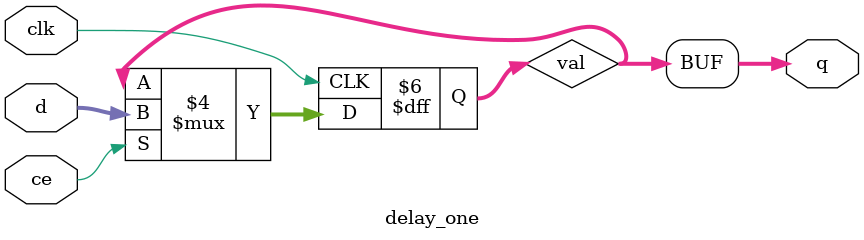
<source format=v>
`timescale 1ns / 1ps


module delay_one 
#(
    parameter N = 5
)(
    input clk,
    input ce,
    input [N-1:0] d,
    output [N-1:0] q
);
reg [N-1:0] val = 0;

always @ (posedge clk)
begin
    if(ce) 
        begin
        val = d;
        end
    else val <= val;
end

assign q = val;

endmodule

</source>
